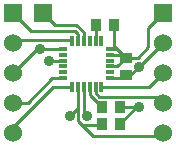
<source format=gtl>
G04 (created by PCBNEW (2013-jul-07)-stable) date Tue 11 Feb 2014 01:04:26 AM EST*
%MOIN*%
G04 Gerber Fmt 3.4, Leading zero omitted, Abs format*
%FSLAX34Y34*%
G01*
G70*
G90*
G04 APERTURE LIST*
%ADD10C,0.00590551*%
%ADD11R,0.0314961X0.0137795*%
%ADD12R,0.0137795X0.0334646*%
%ADD13R,0.06X0.06*%
%ADD14R,0.0394X0.0354*%
%ADD15R,0.0354X0.0394*%
%ADD16C,0.06*%
%ADD17C,0.035*%
%ADD18C,0.01*%
G04 APERTURE END LIST*
G54D10*
G54D11*
X136662Y-80207D03*
X136662Y-80404D03*
X136662Y-80601D03*
X136662Y-80798D03*
X136662Y-80995D03*
X136662Y-81192D03*
G54D12*
X136957Y-81467D03*
X137154Y-81467D03*
X137351Y-81467D03*
X137548Y-81467D03*
X137745Y-81467D03*
X137942Y-81467D03*
G54D11*
X138237Y-81192D03*
X138237Y-80995D03*
X138237Y-80798D03*
X138237Y-80601D03*
X138237Y-80404D03*
X138237Y-80207D03*
G54D12*
X137942Y-79932D03*
X137745Y-79932D03*
X137548Y-79932D03*
X137351Y-79932D03*
X137154Y-79932D03*
X136957Y-79932D03*
G54D13*
X136000Y-79000D03*
G54D14*
X138750Y-81096D03*
X138750Y-80504D03*
G54D15*
X137954Y-82700D03*
X138546Y-82700D03*
X137954Y-82150D03*
X138546Y-82150D03*
X137754Y-79400D03*
X138346Y-79400D03*
G54D13*
X140000Y-79000D03*
G54D16*
X140000Y-80000D03*
X140000Y-81000D03*
X140000Y-82000D03*
X140000Y-83000D03*
G54D13*
X135000Y-79000D03*
G54D16*
X135000Y-80000D03*
X135000Y-81000D03*
X135000Y-82000D03*
X135000Y-83000D03*
G54D17*
X137450Y-82450D03*
X135900Y-80200D03*
X136900Y-82450D03*
X139200Y-82150D03*
X136200Y-80600D03*
X139200Y-80800D03*
G54D18*
X137351Y-81487D02*
X137351Y-82351D01*
X137351Y-82351D02*
X137450Y-82450D01*
X135900Y-80200D02*
X135900Y-80207D01*
X135900Y-80207D02*
X135900Y-80200D01*
X135900Y-80200D02*
X135900Y-80207D01*
X136662Y-80207D02*
X135900Y-80207D01*
X135900Y-80207D02*
X135792Y-80207D01*
X135792Y-80207D02*
X135650Y-80350D01*
X135650Y-80350D02*
X135000Y-81000D01*
X137351Y-79912D02*
X137351Y-79651D01*
X136400Y-79400D02*
X136000Y-79000D01*
X137100Y-79400D02*
X136400Y-79400D01*
X137351Y-79651D02*
X137100Y-79400D01*
X136957Y-81487D02*
X136312Y-81487D01*
X135000Y-82800D02*
X135000Y-83000D01*
X136312Y-81487D02*
X135000Y-82800D01*
X136662Y-81192D02*
X136307Y-81192D01*
X135500Y-82000D02*
X135000Y-82000D01*
X136307Y-81192D02*
X135500Y-82000D01*
X136662Y-81192D02*
X136557Y-81192D01*
X137745Y-81487D02*
X137745Y-81695D01*
X139800Y-81800D02*
X140000Y-82000D01*
X137850Y-81800D02*
X139800Y-81800D01*
X137745Y-81695D02*
X137850Y-81800D01*
X137942Y-81487D02*
X139512Y-81487D01*
X139512Y-81487D02*
X140000Y-81000D01*
X137154Y-79912D02*
X137154Y-79704D01*
X135600Y-79600D02*
X135000Y-79000D01*
X137050Y-79600D02*
X135600Y-79600D01*
X137154Y-79704D02*
X137050Y-79600D01*
X136957Y-79912D02*
X135087Y-79912D01*
X135087Y-79912D02*
X135000Y-80000D01*
X135012Y-80012D02*
X135000Y-80000D01*
X137154Y-82195D02*
X136900Y-82450D01*
X137154Y-81487D02*
X137154Y-82195D01*
X137300Y-82750D02*
X137650Y-83100D01*
X139900Y-83100D02*
X140000Y-83000D01*
X137650Y-83100D02*
X139900Y-83100D01*
X137700Y-82750D02*
X137904Y-82750D01*
X137154Y-82604D02*
X137300Y-82750D01*
X137300Y-82750D02*
X137700Y-82750D01*
X137154Y-81487D02*
X137154Y-82604D01*
X137904Y-82750D02*
X137954Y-82700D01*
X138346Y-79400D02*
X138346Y-80100D01*
X138346Y-80100D02*
X138750Y-80504D01*
X139200Y-82150D02*
X139096Y-82150D01*
X139096Y-82150D02*
X138546Y-82700D01*
X138546Y-82150D02*
X139200Y-82150D01*
X138750Y-80504D02*
X139146Y-80504D01*
X139146Y-80504D02*
X139500Y-80150D01*
X139500Y-80150D02*
X139500Y-79500D01*
X139500Y-79500D02*
X140000Y-79000D01*
X138446Y-79500D02*
X138346Y-79400D01*
X139500Y-79500D02*
X140000Y-79000D01*
X138237Y-80207D02*
X138453Y-80207D01*
X138453Y-80207D02*
X138750Y-80504D01*
X138237Y-80404D02*
X138650Y-80404D01*
X138650Y-80404D02*
X138750Y-80504D01*
X138237Y-80798D02*
X138455Y-80798D01*
X138455Y-80798D02*
X138750Y-80504D01*
X137745Y-79912D02*
X137745Y-79408D01*
X137745Y-79408D02*
X137754Y-79400D01*
X137548Y-81487D02*
X137548Y-81744D01*
X137548Y-81744D02*
X137954Y-82150D01*
X136201Y-80601D02*
X136200Y-80600D01*
X136662Y-80601D02*
X136201Y-80601D01*
X138750Y-81096D02*
X138846Y-81096D01*
X138750Y-81096D02*
X138904Y-81096D01*
X138904Y-81096D02*
X139200Y-80800D01*
X139200Y-80800D02*
X140000Y-80000D01*
X138237Y-81192D02*
X138653Y-81192D01*
X138653Y-81192D02*
X138750Y-81096D01*
M02*

</source>
